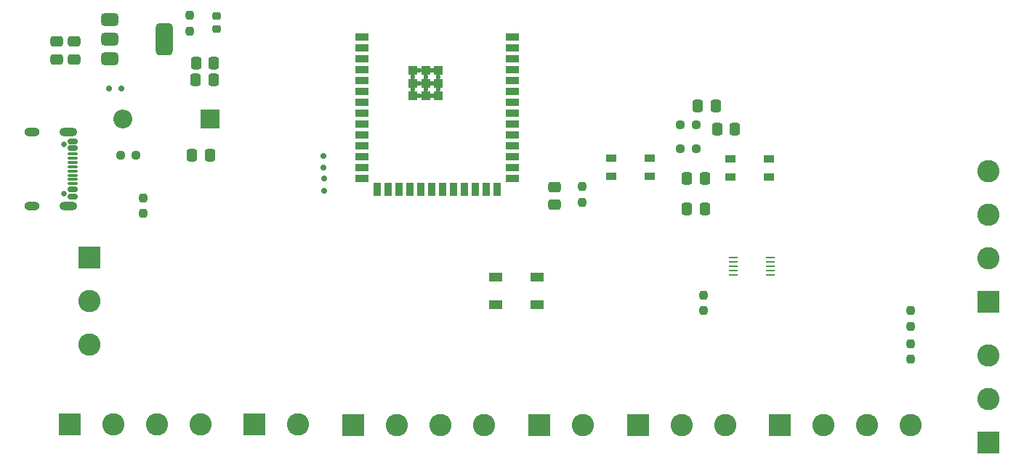
<source format=gbr>
%TF.GenerationSoftware,KiCad,Pcbnew,8.0.0*%
%TF.CreationDate,2024-03-06T11:07:10-06:00*%
%TF.ProjectId,ESP32-S3 Weather Station V2,45535033-322d-4533-9320-576561746865,rev?*%
%TF.SameCoordinates,Original*%
%TF.FileFunction,Soldermask,Top*%
%TF.FilePolarity,Negative*%
%FSLAX46Y46*%
G04 Gerber Fmt 4.6, Leading zero omitted, Abs format (unit mm)*
G04 Created by KiCad (PCBNEW 8.0.0) date 2024-03-06 11:07:10*
%MOMM*%
%LPD*%
G01*
G04 APERTURE LIST*
G04 Aperture macros list*
%AMRoundRect*
0 Rectangle with rounded corners*
0 $1 Rounding radius*
0 $2 $3 $4 $5 $6 $7 $8 $9 X,Y pos of 4 corners*
0 Add a 4 corners polygon primitive as box body*
4,1,4,$2,$3,$4,$5,$6,$7,$8,$9,$2,$3,0*
0 Add four circle primitives for the rounded corners*
1,1,$1+$1,$2,$3*
1,1,$1+$1,$4,$5*
1,1,$1+$1,$6,$7*
1,1,$1+$1,$8,$9*
0 Add four rect primitives between the rounded corners*
20,1,$1+$1,$2,$3,$4,$5,0*
20,1,$1+$1,$4,$5,$6,$7,0*
20,1,$1+$1,$6,$7,$8,$9,0*
20,1,$1+$1,$8,$9,$2,$3,0*%
G04 Aperture macros list end*
%ADD10RoundRect,0.250000X0.475000X-0.337500X0.475000X0.337500X-0.475000X0.337500X-0.475000X-0.337500X0*%
%ADD11R,2.600000X2.600000*%
%ADD12C,2.600000*%
%ADD13RoundRect,0.237500X0.250000X0.237500X-0.250000X0.237500X-0.250000X-0.237500X0.250000X-0.237500X0*%
%ADD14RoundRect,0.237500X0.237500X-0.250000X0.237500X0.250000X-0.237500X0.250000X-0.237500X-0.250000X0*%
%ADD15RoundRect,0.237500X-0.237500X0.250000X-0.237500X-0.250000X0.237500X-0.250000X0.237500X0.250000X0*%
%ADD16RoundRect,0.250000X0.337500X0.475000X-0.337500X0.475000X-0.337500X-0.475000X0.337500X-0.475000X0*%
%ADD17RoundRect,0.150000X-0.200000X0.150000X-0.200000X-0.150000X0.200000X-0.150000X0.200000X0.150000X0*%
%ADD18R,1.500000X0.900000*%
%ADD19R,0.900000X1.500000*%
%ADD20R,1.000000X1.000000*%
%ADD21C,0.600000*%
%ADD22R,2.200000X2.200000*%
%ADD23O,2.200000X2.200000*%
%ADD24RoundRect,0.250000X-0.337500X-0.475000X0.337500X-0.475000X0.337500X0.475000X-0.337500X0.475000X0*%
%ADD25RoundRect,0.150000X0.200000X-0.150000X0.200000X0.150000X-0.200000X0.150000X-0.200000X-0.150000X0*%
%ADD26R,1.500000X1.000000*%
%ADD27C,0.650000*%
%ADD28RoundRect,0.150000X-0.425000X0.150000X-0.425000X-0.150000X0.425000X-0.150000X0.425000X0.150000X0*%
%ADD29RoundRect,0.075000X-0.500000X0.075000X-0.500000X-0.075000X0.500000X-0.075000X0.500000X0.075000X0*%
%ADD30O,2.100000X1.000000*%
%ADD31O,1.800000X1.000000*%
%ADD32RoundRect,0.375000X-0.625000X-0.375000X0.625000X-0.375000X0.625000X0.375000X-0.625000X0.375000X0*%
%ADD33RoundRect,0.500000X-0.500000X-1.400000X0.500000X-1.400000X0.500000X1.400000X-0.500000X1.400000X0*%
%ADD34RoundRect,0.102000X0.500000X0.350000X-0.500000X0.350000X-0.500000X-0.350000X0.500000X-0.350000X0*%
%ADD35R,1.100000X0.250000*%
%ADD36RoundRect,0.150000X0.150000X0.200000X-0.150000X0.200000X-0.150000X-0.200000X0.150000X-0.200000X0*%
%ADD37RoundRect,0.237500X-0.250000X-0.237500X0.250000X-0.237500X0.250000X0.237500X-0.250000X0.237500X0*%
%ADD38RoundRect,0.218750X-0.256250X0.218750X-0.256250X-0.218750X0.256250X-0.218750X0.256250X0.218750X0*%
G04 APERTURE END LIST*
D10*
%TO.C,C6*%
X163462500Y-77287500D03*
X163462500Y-75212500D03*
%TD*%
D11*
%TO.C,J8*%
X214055000Y-88620000D03*
D12*
X214055000Y-83540000D03*
X214055000Y-78460000D03*
X214055000Y-73380000D03*
%TD*%
D13*
%TO.C,R6*%
X180000000Y-70750000D03*
X178175000Y-70750000D03*
%TD*%
D14*
%TO.C,R4*%
X166750000Y-77000000D03*
X166750000Y-75175000D03*
%TD*%
D15*
%TO.C,R9*%
X205000000Y-89675000D03*
X205000000Y-91500000D03*
%TD*%
D16*
%TO.C,C10*%
X181000000Y-74250000D03*
X178925000Y-74250000D03*
%TD*%
D15*
%TO.C,R3*%
X121012500Y-55192500D03*
X121012500Y-57017500D03*
%TD*%
D10*
%TO.C,C2*%
X105500000Y-60325000D03*
X105500000Y-58250000D03*
%TD*%
D17*
%TO.C,D4*%
X136622500Y-75650000D03*
X136622500Y-74250000D03*
%TD*%
D11*
%TO.C,J5*%
X140010000Y-103000000D03*
D12*
X145090000Y-103000000D03*
X150170000Y-103000000D03*
X155250000Y-103000000D03*
%TD*%
D11*
%TO.C,J4*%
X189750000Y-103000000D03*
D12*
X194830000Y-103000000D03*
X199910000Y-103000000D03*
X204990000Y-103000000D03*
%TD*%
D18*
%TO.C,U2*%
X141100000Y-57760000D03*
X141100000Y-59030000D03*
X141100000Y-60300000D03*
X141100000Y-61570000D03*
X141100000Y-62840000D03*
X141100000Y-64110000D03*
X141100000Y-65380000D03*
X141100000Y-66650000D03*
X141100000Y-67920000D03*
X141100000Y-69190000D03*
X141100000Y-70460000D03*
X141100000Y-71730000D03*
X141100000Y-73000000D03*
X141100000Y-74270000D03*
D19*
X142865000Y-75520000D03*
X144135000Y-75520000D03*
X145405000Y-75520000D03*
X146675000Y-75520000D03*
X147945000Y-75520000D03*
X149215000Y-75520000D03*
X150485000Y-75520000D03*
X151755000Y-75520000D03*
X153025000Y-75520000D03*
X154295000Y-75520000D03*
X155565000Y-75520000D03*
X156835000Y-75520000D03*
D18*
X158600000Y-74270000D03*
X158600000Y-73000000D03*
X158600000Y-71730000D03*
X158600000Y-70460000D03*
X158600000Y-69190000D03*
X158600000Y-67920000D03*
X158600000Y-66650000D03*
X158600000Y-65380000D03*
X158600000Y-64110000D03*
X158600000Y-62840000D03*
X158600000Y-61570000D03*
X158600000Y-60300000D03*
X158600000Y-59030000D03*
X158600000Y-57760000D03*
D20*
X146990000Y-61610000D03*
D21*
X146990000Y-62360000D03*
D20*
X146990000Y-63110000D03*
D21*
X146990000Y-63860000D03*
D20*
X146990000Y-64610000D03*
D21*
X147740000Y-61610000D03*
X147740000Y-63110000D03*
X147740000Y-64610000D03*
D20*
X148490000Y-61610000D03*
D21*
X148490000Y-62360000D03*
D20*
X148490000Y-63110000D03*
D21*
X148490000Y-63860000D03*
D20*
X148490000Y-64610000D03*
D21*
X149240000Y-61610000D03*
X149240000Y-63110000D03*
X149240000Y-64610000D03*
D20*
X149990000Y-61610000D03*
D21*
X149990000Y-62360000D03*
D20*
X149990000Y-63110000D03*
D21*
X149990000Y-63860000D03*
D20*
X149990000Y-64610000D03*
%TD*%
D11*
%TO.C,J6*%
X161752500Y-103000000D03*
D12*
X166832500Y-103000000D03*
%TD*%
D22*
%TO.C,D1*%
X123330000Y-67250000D03*
D23*
X113170000Y-67250000D03*
%TD*%
D24*
%TO.C,C4*%
X121712500Y-60750000D03*
X123787500Y-60750000D03*
%TD*%
D11*
%TO.C,J2*%
X128508750Y-102945000D03*
D12*
X133588750Y-102945000D03*
%TD*%
D14*
%TO.C,R7*%
X180837500Y-89662500D03*
X180837500Y-87837500D03*
%TD*%
D24*
%TO.C,C8*%
X180175000Y-65750000D03*
X182250000Y-65750000D03*
%TD*%
D11*
%TO.C,J11*%
X109300000Y-83440000D03*
D12*
X109300000Y-88520000D03*
X109300000Y-93600000D03*
%TD*%
D25*
%TO.C,D3*%
X136600000Y-71600000D03*
X136600000Y-73000000D03*
%TD*%
D16*
%TO.C,C9*%
X181000000Y-77750000D03*
X178925000Y-77750000D03*
%TD*%
D13*
%TO.C,R5*%
X180000000Y-68000000D03*
X178175000Y-68000000D03*
%TD*%
D26*
%TO.C,D6*%
X161500000Y-88950000D03*
X161500000Y-85750000D03*
X156600000Y-85750000D03*
X156600000Y-88950000D03*
%TD*%
D27*
%TO.C,J1*%
X106315000Y-70220000D03*
X106315000Y-76000000D03*
D28*
X107390000Y-69910000D03*
X107390000Y-70710000D03*
D29*
X107390000Y-71860000D03*
X107390000Y-72860000D03*
X107390000Y-73360000D03*
X107390000Y-74360000D03*
D28*
X107390000Y-75510000D03*
X107390000Y-76310000D03*
X107390000Y-76310000D03*
X107390000Y-75510000D03*
D29*
X107390000Y-74860000D03*
X107390000Y-73860000D03*
X107390000Y-72360000D03*
X107390000Y-71360000D03*
D28*
X107390000Y-70710000D03*
X107390000Y-69910000D03*
D30*
X106815000Y-68790000D03*
D31*
X102635000Y-68790000D03*
D30*
X106815000Y-77430000D03*
D31*
X102635000Y-77430000D03*
%TD*%
D11*
%TO.C,J7*%
X173211250Y-103000000D03*
D12*
X178291250Y-103000000D03*
X183371250Y-103000000D03*
%TD*%
D32*
%TO.C,U1*%
X111700000Y-55700000D03*
X111700000Y-58000000D03*
D33*
X118000000Y-58000000D03*
D32*
X111700000Y-60300000D03*
%TD*%
D11*
%TO.C,J3*%
X107040000Y-102940000D03*
D12*
X112120000Y-102940000D03*
X117200000Y-102940000D03*
X122280000Y-102940000D03*
%TD*%
D34*
%TO.C,SW2*%
X188500000Y-74075000D03*
X184000000Y-74075000D03*
X188500000Y-71925000D03*
X184000000Y-71925000D03*
%TD*%
D15*
%TO.C,R2*%
X115600000Y-76487500D03*
X115600000Y-78312500D03*
%TD*%
D11*
%TO.C,J10*%
X214055000Y-105085000D03*
D12*
X214055000Y-100005000D03*
X214055000Y-94925000D03*
%TD*%
D24*
%TO.C,C5*%
X121675000Y-62750000D03*
X123750000Y-62750000D03*
%TD*%
D35*
%TO.C,U3*%
X184350000Y-83500000D03*
X184350000Y-84000000D03*
X184350000Y-84500000D03*
X184350000Y-85000000D03*
X184350000Y-85500000D03*
X188650000Y-85500000D03*
X188650000Y-85000000D03*
X188650000Y-84500000D03*
X188650000Y-84000000D03*
X188650000Y-83500000D03*
%TD*%
D36*
%TO.C,D2*%
X111600000Y-63750000D03*
X113000000Y-63750000D03*
%TD*%
D16*
%TO.C,C7*%
X184500000Y-68500000D03*
X182425000Y-68500000D03*
%TD*%
D37*
%TO.C,R1*%
X112925000Y-71500000D03*
X114750000Y-71500000D03*
%TD*%
D16*
%TO.C,C1*%
X123325000Y-71500000D03*
X121250000Y-71500000D03*
%TD*%
D38*
%TO.C,D5*%
X124100000Y-55250000D03*
X124100000Y-56825000D03*
%TD*%
D15*
%TO.C,R8*%
X205000000Y-93500000D03*
X205000000Y-95325000D03*
%TD*%
D34*
%TO.C,SW1*%
X174600000Y-73975000D03*
X170100000Y-73975000D03*
X174600000Y-71825000D03*
X170100000Y-71825000D03*
%TD*%
D10*
%TO.C,C3*%
X107500000Y-60325000D03*
X107500000Y-58250000D03*
%TD*%
M02*

</source>
